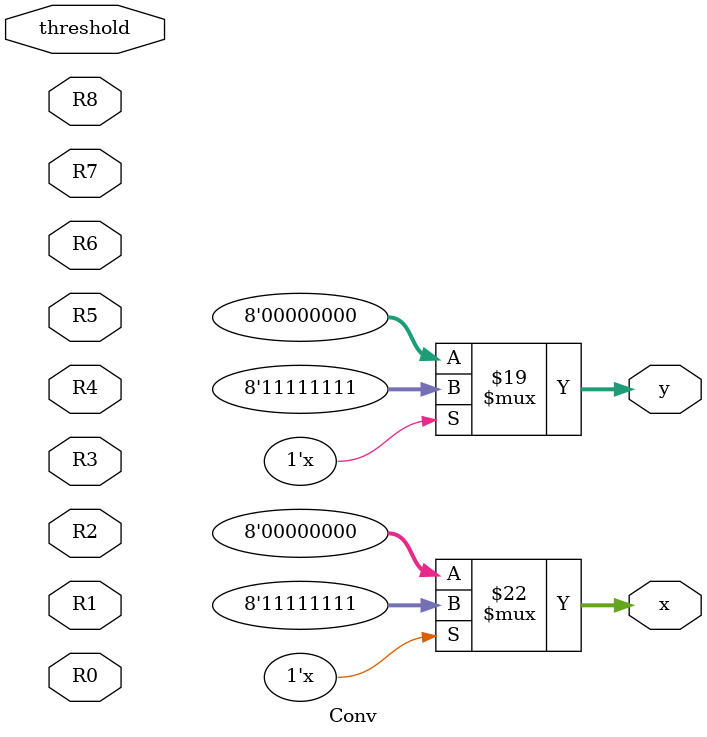
<source format=v>
module Conv(threshold, R0, R1, R2, R3, R4, R5, R6, R7, R8, x, y);
    input signed [19:0] threshold;
    input signed [19:0] R0, R1, R2, R3, R4, R5, R6, R7, R8;
    output reg [7:0] x, y;
    reg signed [19:0] Gx, Gy;
    always @ (*) begin
        Gx <= ((R2 - R0) + (R5 - R3)) + ((R5 - R3) + (R8 - R6));
        if (Gx > threshold)
            x <= 8'd255;
        else
            x <= 0;

        Gy <= ((R0 - R6) + (R1 - R7)) + ((R1 - R7) + (R2 - R8));
        if (Gy > threshold)
            y <= 8'd255;
        else
            y <= 0;
    end
endmodule
</source>
